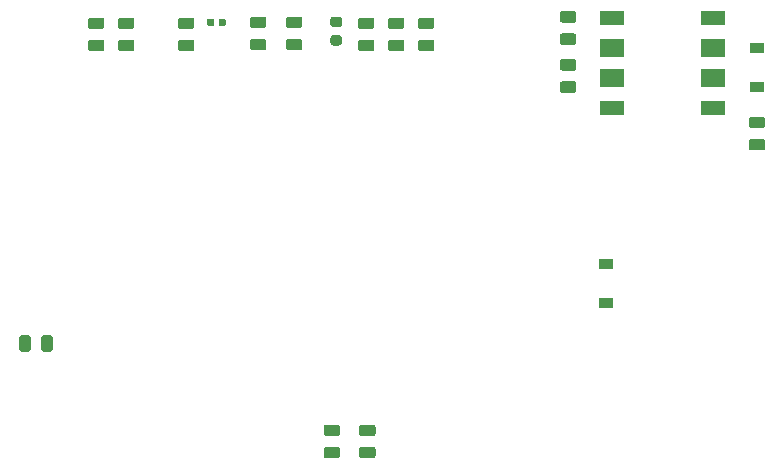
<source format=gbr>
G04 #@! TF.GenerationSoftware,KiCad,Pcbnew,(5.1.5)-3*
G04 #@! TF.CreationDate,2021-11-11T15:01:52+00:00*
G04 #@! TF.ProjectId,drumkid,6472756d-6b69-4642-9e6b-696361645f70,rev?*
G04 #@! TF.SameCoordinates,Original*
G04 #@! TF.FileFunction,Paste,Bot*
G04 #@! TF.FilePolarity,Positive*
%FSLAX46Y46*%
G04 Gerber Fmt 4.6, Leading zero omitted, Abs format (unit mm)*
G04 Created by KiCad (PCBNEW (5.1.5)-3) date 2021-11-11 15:01:52*
%MOMM*%
%LPD*%
G04 APERTURE LIST*
%ADD10R,2.000000X1.170000*%
%ADD11R,2.000000X1.520000*%
%ADD12C,0.100000*%
%ADD13R,1.200000X0.900000*%
G04 APERTURE END LIST*
D10*
X109700000Y-112190000D03*
D11*
X109700000Y-114730000D03*
D10*
X109700000Y-119810000D03*
X118300000Y-119810000D03*
D11*
X118300000Y-117270000D03*
X118300000Y-114730000D03*
D10*
X118300000Y-112190000D03*
D11*
X109700000Y-117270000D03*
D12*
G36*
X74140142Y-113989174D02*
G01*
X74163803Y-113992684D01*
X74187007Y-113998496D01*
X74209529Y-114006554D01*
X74231153Y-114016782D01*
X74251670Y-114029079D01*
X74270883Y-114043329D01*
X74288607Y-114059393D01*
X74304671Y-114077117D01*
X74318921Y-114096330D01*
X74331218Y-114116847D01*
X74341446Y-114138471D01*
X74349504Y-114160993D01*
X74355316Y-114184197D01*
X74358826Y-114207858D01*
X74360000Y-114231750D01*
X74360000Y-114719250D01*
X74358826Y-114743142D01*
X74355316Y-114766803D01*
X74349504Y-114790007D01*
X74341446Y-114812529D01*
X74331218Y-114834153D01*
X74318921Y-114854670D01*
X74304671Y-114873883D01*
X74288607Y-114891607D01*
X74270883Y-114907671D01*
X74251670Y-114921921D01*
X74231153Y-114934218D01*
X74209529Y-114944446D01*
X74187007Y-114952504D01*
X74163803Y-114958316D01*
X74140142Y-114961826D01*
X74116250Y-114963000D01*
X73203750Y-114963000D01*
X73179858Y-114961826D01*
X73156197Y-114958316D01*
X73132993Y-114952504D01*
X73110471Y-114944446D01*
X73088847Y-114934218D01*
X73068330Y-114921921D01*
X73049117Y-114907671D01*
X73031393Y-114891607D01*
X73015329Y-114873883D01*
X73001079Y-114854670D01*
X72988782Y-114834153D01*
X72978554Y-114812529D01*
X72970496Y-114790007D01*
X72964684Y-114766803D01*
X72961174Y-114743142D01*
X72960000Y-114719250D01*
X72960000Y-114231750D01*
X72961174Y-114207858D01*
X72964684Y-114184197D01*
X72970496Y-114160993D01*
X72978554Y-114138471D01*
X72988782Y-114116847D01*
X73001079Y-114096330D01*
X73015329Y-114077117D01*
X73031393Y-114059393D01*
X73049117Y-114043329D01*
X73068330Y-114029079D01*
X73088847Y-114016782D01*
X73110471Y-114006554D01*
X73132993Y-113998496D01*
X73156197Y-113992684D01*
X73179858Y-113989174D01*
X73203750Y-113988000D01*
X74116250Y-113988000D01*
X74140142Y-113989174D01*
G37*
G36*
X74140142Y-112114174D02*
G01*
X74163803Y-112117684D01*
X74187007Y-112123496D01*
X74209529Y-112131554D01*
X74231153Y-112141782D01*
X74251670Y-112154079D01*
X74270883Y-112168329D01*
X74288607Y-112184393D01*
X74304671Y-112202117D01*
X74318921Y-112221330D01*
X74331218Y-112241847D01*
X74341446Y-112263471D01*
X74349504Y-112285993D01*
X74355316Y-112309197D01*
X74358826Y-112332858D01*
X74360000Y-112356750D01*
X74360000Y-112844250D01*
X74358826Y-112868142D01*
X74355316Y-112891803D01*
X74349504Y-112915007D01*
X74341446Y-112937529D01*
X74331218Y-112959153D01*
X74318921Y-112979670D01*
X74304671Y-112998883D01*
X74288607Y-113016607D01*
X74270883Y-113032671D01*
X74251670Y-113046921D01*
X74231153Y-113059218D01*
X74209529Y-113069446D01*
X74187007Y-113077504D01*
X74163803Y-113083316D01*
X74140142Y-113086826D01*
X74116250Y-113088000D01*
X73203750Y-113088000D01*
X73179858Y-113086826D01*
X73156197Y-113083316D01*
X73132993Y-113077504D01*
X73110471Y-113069446D01*
X73088847Y-113059218D01*
X73068330Y-113046921D01*
X73049117Y-113032671D01*
X73031393Y-113016607D01*
X73015329Y-112998883D01*
X73001079Y-112979670D01*
X72988782Y-112959153D01*
X72978554Y-112937529D01*
X72970496Y-112915007D01*
X72964684Y-112891803D01*
X72961174Y-112868142D01*
X72960000Y-112844250D01*
X72960000Y-112356750D01*
X72961174Y-112332858D01*
X72964684Y-112309197D01*
X72970496Y-112285993D01*
X72978554Y-112263471D01*
X72988782Y-112241847D01*
X73001079Y-112221330D01*
X73015329Y-112202117D01*
X73031393Y-112184393D01*
X73049117Y-112168329D01*
X73068330Y-112154079D01*
X73088847Y-112141782D01*
X73110471Y-112131554D01*
X73132993Y-112123496D01*
X73156197Y-112117684D01*
X73179858Y-112114174D01*
X73203750Y-112113000D01*
X74116250Y-112113000D01*
X74140142Y-112114174D01*
G37*
G36*
X83284142Y-112035674D02*
G01*
X83307803Y-112039184D01*
X83331007Y-112044996D01*
X83353529Y-112053054D01*
X83375153Y-112063282D01*
X83395670Y-112075579D01*
X83414883Y-112089829D01*
X83432607Y-112105893D01*
X83448671Y-112123617D01*
X83462921Y-112142830D01*
X83475218Y-112163347D01*
X83485446Y-112184971D01*
X83493504Y-112207493D01*
X83499316Y-112230697D01*
X83502826Y-112254358D01*
X83504000Y-112278250D01*
X83504000Y-112765750D01*
X83502826Y-112789642D01*
X83499316Y-112813303D01*
X83493504Y-112836507D01*
X83485446Y-112859029D01*
X83475218Y-112880653D01*
X83462921Y-112901170D01*
X83448671Y-112920383D01*
X83432607Y-112938107D01*
X83414883Y-112954171D01*
X83395670Y-112968421D01*
X83375153Y-112980718D01*
X83353529Y-112990946D01*
X83331007Y-112999004D01*
X83307803Y-113004816D01*
X83284142Y-113008326D01*
X83260250Y-113009500D01*
X82347750Y-113009500D01*
X82323858Y-113008326D01*
X82300197Y-113004816D01*
X82276993Y-112999004D01*
X82254471Y-112990946D01*
X82232847Y-112980718D01*
X82212330Y-112968421D01*
X82193117Y-112954171D01*
X82175393Y-112938107D01*
X82159329Y-112920383D01*
X82145079Y-112901170D01*
X82132782Y-112880653D01*
X82122554Y-112859029D01*
X82114496Y-112836507D01*
X82108684Y-112813303D01*
X82105174Y-112789642D01*
X82104000Y-112765750D01*
X82104000Y-112278250D01*
X82105174Y-112254358D01*
X82108684Y-112230697D01*
X82114496Y-112207493D01*
X82122554Y-112184971D01*
X82132782Y-112163347D01*
X82145079Y-112142830D01*
X82159329Y-112123617D01*
X82175393Y-112105893D01*
X82193117Y-112089829D01*
X82212330Y-112075579D01*
X82232847Y-112063282D01*
X82254471Y-112053054D01*
X82276993Y-112044996D01*
X82300197Y-112039184D01*
X82323858Y-112035674D01*
X82347750Y-112034500D01*
X83260250Y-112034500D01*
X83284142Y-112035674D01*
G37*
G36*
X83284142Y-113910674D02*
G01*
X83307803Y-113914184D01*
X83331007Y-113919996D01*
X83353529Y-113928054D01*
X83375153Y-113938282D01*
X83395670Y-113950579D01*
X83414883Y-113964829D01*
X83432607Y-113980893D01*
X83448671Y-113998617D01*
X83462921Y-114017830D01*
X83475218Y-114038347D01*
X83485446Y-114059971D01*
X83493504Y-114082493D01*
X83499316Y-114105697D01*
X83502826Y-114129358D01*
X83504000Y-114153250D01*
X83504000Y-114640750D01*
X83502826Y-114664642D01*
X83499316Y-114688303D01*
X83493504Y-114711507D01*
X83485446Y-114734029D01*
X83475218Y-114755653D01*
X83462921Y-114776170D01*
X83448671Y-114795383D01*
X83432607Y-114813107D01*
X83414883Y-114829171D01*
X83395670Y-114843421D01*
X83375153Y-114855718D01*
X83353529Y-114865946D01*
X83331007Y-114874004D01*
X83307803Y-114879816D01*
X83284142Y-114883326D01*
X83260250Y-114884500D01*
X82347750Y-114884500D01*
X82323858Y-114883326D01*
X82300197Y-114879816D01*
X82276993Y-114874004D01*
X82254471Y-114865946D01*
X82232847Y-114855718D01*
X82212330Y-114843421D01*
X82193117Y-114829171D01*
X82175393Y-114813107D01*
X82159329Y-114795383D01*
X82145079Y-114776170D01*
X82132782Y-114755653D01*
X82122554Y-114734029D01*
X82114496Y-114711507D01*
X82108684Y-114688303D01*
X82105174Y-114664642D01*
X82104000Y-114640750D01*
X82104000Y-114153250D01*
X82105174Y-114129358D01*
X82108684Y-114105697D01*
X82114496Y-114082493D01*
X82122554Y-114059971D01*
X82132782Y-114038347D01*
X82145079Y-114017830D01*
X82159329Y-113998617D01*
X82175393Y-113980893D01*
X82193117Y-113964829D01*
X82212330Y-113950579D01*
X82232847Y-113938282D01*
X82254471Y-113928054D01*
X82276993Y-113919996D01*
X82300197Y-113914184D01*
X82323858Y-113910674D01*
X82347750Y-113909500D01*
X83260250Y-113909500D01*
X83284142Y-113910674D01*
G37*
G36*
X80236142Y-113910674D02*
G01*
X80259803Y-113914184D01*
X80283007Y-113919996D01*
X80305529Y-113928054D01*
X80327153Y-113938282D01*
X80347670Y-113950579D01*
X80366883Y-113964829D01*
X80384607Y-113980893D01*
X80400671Y-113998617D01*
X80414921Y-114017830D01*
X80427218Y-114038347D01*
X80437446Y-114059971D01*
X80445504Y-114082493D01*
X80451316Y-114105697D01*
X80454826Y-114129358D01*
X80456000Y-114153250D01*
X80456000Y-114640750D01*
X80454826Y-114664642D01*
X80451316Y-114688303D01*
X80445504Y-114711507D01*
X80437446Y-114734029D01*
X80427218Y-114755653D01*
X80414921Y-114776170D01*
X80400671Y-114795383D01*
X80384607Y-114813107D01*
X80366883Y-114829171D01*
X80347670Y-114843421D01*
X80327153Y-114855718D01*
X80305529Y-114865946D01*
X80283007Y-114874004D01*
X80259803Y-114879816D01*
X80236142Y-114883326D01*
X80212250Y-114884500D01*
X79299750Y-114884500D01*
X79275858Y-114883326D01*
X79252197Y-114879816D01*
X79228993Y-114874004D01*
X79206471Y-114865946D01*
X79184847Y-114855718D01*
X79164330Y-114843421D01*
X79145117Y-114829171D01*
X79127393Y-114813107D01*
X79111329Y-114795383D01*
X79097079Y-114776170D01*
X79084782Y-114755653D01*
X79074554Y-114734029D01*
X79066496Y-114711507D01*
X79060684Y-114688303D01*
X79057174Y-114664642D01*
X79056000Y-114640750D01*
X79056000Y-114153250D01*
X79057174Y-114129358D01*
X79060684Y-114105697D01*
X79066496Y-114082493D01*
X79074554Y-114059971D01*
X79084782Y-114038347D01*
X79097079Y-114017830D01*
X79111329Y-113998617D01*
X79127393Y-113980893D01*
X79145117Y-113964829D01*
X79164330Y-113950579D01*
X79184847Y-113938282D01*
X79206471Y-113928054D01*
X79228993Y-113919996D01*
X79252197Y-113914184D01*
X79275858Y-113910674D01*
X79299750Y-113909500D01*
X80212250Y-113909500D01*
X80236142Y-113910674D01*
G37*
G36*
X80236142Y-112035674D02*
G01*
X80259803Y-112039184D01*
X80283007Y-112044996D01*
X80305529Y-112053054D01*
X80327153Y-112063282D01*
X80347670Y-112075579D01*
X80366883Y-112089829D01*
X80384607Y-112105893D01*
X80400671Y-112123617D01*
X80414921Y-112142830D01*
X80427218Y-112163347D01*
X80437446Y-112184971D01*
X80445504Y-112207493D01*
X80451316Y-112230697D01*
X80454826Y-112254358D01*
X80456000Y-112278250D01*
X80456000Y-112765750D01*
X80454826Y-112789642D01*
X80451316Y-112813303D01*
X80445504Y-112836507D01*
X80437446Y-112859029D01*
X80427218Y-112880653D01*
X80414921Y-112901170D01*
X80400671Y-112920383D01*
X80384607Y-112938107D01*
X80366883Y-112954171D01*
X80347670Y-112968421D01*
X80327153Y-112980718D01*
X80305529Y-112990946D01*
X80283007Y-112999004D01*
X80259803Y-113004816D01*
X80236142Y-113008326D01*
X80212250Y-113009500D01*
X79299750Y-113009500D01*
X79275858Y-113008326D01*
X79252197Y-113004816D01*
X79228993Y-112999004D01*
X79206471Y-112990946D01*
X79184847Y-112980718D01*
X79164330Y-112968421D01*
X79145117Y-112954171D01*
X79127393Y-112938107D01*
X79111329Y-112920383D01*
X79097079Y-112901170D01*
X79084782Y-112880653D01*
X79074554Y-112859029D01*
X79066496Y-112836507D01*
X79060684Y-112813303D01*
X79057174Y-112789642D01*
X79056000Y-112765750D01*
X79056000Y-112278250D01*
X79057174Y-112254358D01*
X79060684Y-112230697D01*
X79066496Y-112207493D01*
X79074554Y-112184971D01*
X79084782Y-112163347D01*
X79097079Y-112142830D01*
X79111329Y-112123617D01*
X79127393Y-112105893D01*
X79145117Y-112089829D01*
X79164330Y-112075579D01*
X79184847Y-112063282D01*
X79206471Y-112053054D01*
X79228993Y-112044996D01*
X79252197Y-112039184D01*
X79275858Y-112035674D01*
X79299750Y-112034500D01*
X80212250Y-112034500D01*
X80236142Y-112035674D01*
G37*
G36*
X89480142Y-148451174D02*
G01*
X89503803Y-148454684D01*
X89527007Y-148460496D01*
X89549529Y-148468554D01*
X89571153Y-148478782D01*
X89591670Y-148491079D01*
X89610883Y-148505329D01*
X89628607Y-148521393D01*
X89644671Y-148539117D01*
X89658921Y-148558330D01*
X89671218Y-148578847D01*
X89681446Y-148600471D01*
X89689504Y-148622993D01*
X89695316Y-148646197D01*
X89698826Y-148669858D01*
X89700000Y-148693750D01*
X89700000Y-149181250D01*
X89698826Y-149205142D01*
X89695316Y-149228803D01*
X89689504Y-149252007D01*
X89681446Y-149274529D01*
X89671218Y-149296153D01*
X89658921Y-149316670D01*
X89644671Y-149335883D01*
X89628607Y-149353607D01*
X89610883Y-149369671D01*
X89591670Y-149383921D01*
X89571153Y-149396218D01*
X89549529Y-149406446D01*
X89527007Y-149414504D01*
X89503803Y-149420316D01*
X89480142Y-149423826D01*
X89456250Y-149425000D01*
X88543750Y-149425000D01*
X88519858Y-149423826D01*
X88496197Y-149420316D01*
X88472993Y-149414504D01*
X88450471Y-149406446D01*
X88428847Y-149396218D01*
X88408330Y-149383921D01*
X88389117Y-149369671D01*
X88371393Y-149353607D01*
X88355329Y-149335883D01*
X88341079Y-149316670D01*
X88328782Y-149296153D01*
X88318554Y-149274529D01*
X88310496Y-149252007D01*
X88304684Y-149228803D01*
X88301174Y-149205142D01*
X88300000Y-149181250D01*
X88300000Y-148693750D01*
X88301174Y-148669858D01*
X88304684Y-148646197D01*
X88310496Y-148622993D01*
X88318554Y-148600471D01*
X88328782Y-148578847D01*
X88341079Y-148558330D01*
X88355329Y-148539117D01*
X88371393Y-148521393D01*
X88389117Y-148505329D01*
X88408330Y-148491079D01*
X88428847Y-148478782D01*
X88450471Y-148468554D01*
X88472993Y-148460496D01*
X88496197Y-148454684D01*
X88519858Y-148451174D01*
X88543750Y-148450000D01*
X89456250Y-148450000D01*
X89480142Y-148451174D01*
G37*
G36*
X89480142Y-146576174D02*
G01*
X89503803Y-146579684D01*
X89527007Y-146585496D01*
X89549529Y-146593554D01*
X89571153Y-146603782D01*
X89591670Y-146616079D01*
X89610883Y-146630329D01*
X89628607Y-146646393D01*
X89644671Y-146664117D01*
X89658921Y-146683330D01*
X89671218Y-146703847D01*
X89681446Y-146725471D01*
X89689504Y-146747993D01*
X89695316Y-146771197D01*
X89698826Y-146794858D01*
X89700000Y-146818750D01*
X89700000Y-147306250D01*
X89698826Y-147330142D01*
X89695316Y-147353803D01*
X89689504Y-147377007D01*
X89681446Y-147399529D01*
X89671218Y-147421153D01*
X89658921Y-147441670D01*
X89644671Y-147460883D01*
X89628607Y-147478607D01*
X89610883Y-147494671D01*
X89591670Y-147508921D01*
X89571153Y-147521218D01*
X89549529Y-147531446D01*
X89527007Y-147539504D01*
X89503803Y-147545316D01*
X89480142Y-147548826D01*
X89456250Y-147550000D01*
X88543750Y-147550000D01*
X88519858Y-147548826D01*
X88496197Y-147545316D01*
X88472993Y-147539504D01*
X88450471Y-147531446D01*
X88428847Y-147521218D01*
X88408330Y-147508921D01*
X88389117Y-147494671D01*
X88371393Y-147478607D01*
X88355329Y-147460883D01*
X88341079Y-147441670D01*
X88328782Y-147421153D01*
X88318554Y-147399529D01*
X88310496Y-147377007D01*
X88304684Y-147353803D01*
X88301174Y-147330142D01*
X88300000Y-147306250D01*
X88300000Y-146818750D01*
X88301174Y-146794858D01*
X88304684Y-146771197D01*
X88310496Y-146747993D01*
X88318554Y-146725471D01*
X88328782Y-146703847D01*
X88341079Y-146683330D01*
X88355329Y-146664117D01*
X88371393Y-146646393D01*
X88389117Y-146630329D01*
X88408330Y-146616079D01*
X88428847Y-146603782D01*
X88450471Y-146593554D01*
X88472993Y-146585496D01*
X88496197Y-146579684D01*
X88519858Y-146576174D01*
X88543750Y-146575000D01*
X89456250Y-146575000D01*
X89480142Y-146576174D01*
G37*
G36*
X86480142Y-148451174D02*
G01*
X86503803Y-148454684D01*
X86527007Y-148460496D01*
X86549529Y-148468554D01*
X86571153Y-148478782D01*
X86591670Y-148491079D01*
X86610883Y-148505329D01*
X86628607Y-148521393D01*
X86644671Y-148539117D01*
X86658921Y-148558330D01*
X86671218Y-148578847D01*
X86681446Y-148600471D01*
X86689504Y-148622993D01*
X86695316Y-148646197D01*
X86698826Y-148669858D01*
X86700000Y-148693750D01*
X86700000Y-149181250D01*
X86698826Y-149205142D01*
X86695316Y-149228803D01*
X86689504Y-149252007D01*
X86681446Y-149274529D01*
X86671218Y-149296153D01*
X86658921Y-149316670D01*
X86644671Y-149335883D01*
X86628607Y-149353607D01*
X86610883Y-149369671D01*
X86591670Y-149383921D01*
X86571153Y-149396218D01*
X86549529Y-149406446D01*
X86527007Y-149414504D01*
X86503803Y-149420316D01*
X86480142Y-149423826D01*
X86456250Y-149425000D01*
X85543750Y-149425000D01*
X85519858Y-149423826D01*
X85496197Y-149420316D01*
X85472993Y-149414504D01*
X85450471Y-149406446D01*
X85428847Y-149396218D01*
X85408330Y-149383921D01*
X85389117Y-149369671D01*
X85371393Y-149353607D01*
X85355329Y-149335883D01*
X85341079Y-149316670D01*
X85328782Y-149296153D01*
X85318554Y-149274529D01*
X85310496Y-149252007D01*
X85304684Y-149228803D01*
X85301174Y-149205142D01*
X85300000Y-149181250D01*
X85300000Y-148693750D01*
X85301174Y-148669858D01*
X85304684Y-148646197D01*
X85310496Y-148622993D01*
X85318554Y-148600471D01*
X85328782Y-148578847D01*
X85341079Y-148558330D01*
X85355329Y-148539117D01*
X85371393Y-148521393D01*
X85389117Y-148505329D01*
X85408330Y-148491079D01*
X85428847Y-148478782D01*
X85450471Y-148468554D01*
X85472993Y-148460496D01*
X85496197Y-148454684D01*
X85519858Y-148451174D01*
X85543750Y-148450000D01*
X86456250Y-148450000D01*
X86480142Y-148451174D01*
G37*
G36*
X86480142Y-146576174D02*
G01*
X86503803Y-146579684D01*
X86527007Y-146585496D01*
X86549529Y-146593554D01*
X86571153Y-146603782D01*
X86591670Y-146616079D01*
X86610883Y-146630329D01*
X86628607Y-146646393D01*
X86644671Y-146664117D01*
X86658921Y-146683330D01*
X86671218Y-146703847D01*
X86681446Y-146725471D01*
X86689504Y-146747993D01*
X86695316Y-146771197D01*
X86698826Y-146794858D01*
X86700000Y-146818750D01*
X86700000Y-147306250D01*
X86698826Y-147330142D01*
X86695316Y-147353803D01*
X86689504Y-147377007D01*
X86681446Y-147399529D01*
X86671218Y-147421153D01*
X86658921Y-147441670D01*
X86644671Y-147460883D01*
X86628607Y-147478607D01*
X86610883Y-147494671D01*
X86591670Y-147508921D01*
X86571153Y-147521218D01*
X86549529Y-147531446D01*
X86527007Y-147539504D01*
X86503803Y-147545316D01*
X86480142Y-147548826D01*
X86456250Y-147550000D01*
X85543750Y-147550000D01*
X85519858Y-147548826D01*
X85496197Y-147545316D01*
X85472993Y-147539504D01*
X85450471Y-147531446D01*
X85428847Y-147521218D01*
X85408330Y-147508921D01*
X85389117Y-147494671D01*
X85371393Y-147478607D01*
X85355329Y-147460883D01*
X85341079Y-147441670D01*
X85328782Y-147421153D01*
X85318554Y-147399529D01*
X85310496Y-147377007D01*
X85304684Y-147353803D01*
X85301174Y-147330142D01*
X85300000Y-147306250D01*
X85300000Y-146818750D01*
X85301174Y-146794858D01*
X85304684Y-146771197D01*
X85310496Y-146747993D01*
X85318554Y-146725471D01*
X85328782Y-146703847D01*
X85341079Y-146683330D01*
X85355329Y-146664117D01*
X85371393Y-146646393D01*
X85389117Y-146630329D01*
X85408330Y-146616079D01*
X85428847Y-146603782D01*
X85450471Y-146593554D01*
X85472993Y-146585496D01*
X85496197Y-146579684D01*
X85519858Y-146576174D01*
X85543750Y-146575000D01*
X86456250Y-146575000D01*
X86480142Y-146576174D01*
G37*
G36*
X106480142Y-113451174D02*
G01*
X106503803Y-113454684D01*
X106527007Y-113460496D01*
X106549529Y-113468554D01*
X106571153Y-113478782D01*
X106591670Y-113491079D01*
X106610883Y-113505329D01*
X106628607Y-113521393D01*
X106644671Y-113539117D01*
X106658921Y-113558330D01*
X106671218Y-113578847D01*
X106681446Y-113600471D01*
X106689504Y-113622993D01*
X106695316Y-113646197D01*
X106698826Y-113669858D01*
X106700000Y-113693750D01*
X106700000Y-114181250D01*
X106698826Y-114205142D01*
X106695316Y-114228803D01*
X106689504Y-114252007D01*
X106681446Y-114274529D01*
X106671218Y-114296153D01*
X106658921Y-114316670D01*
X106644671Y-114335883D01*
X106628607Y-114353607D01*
X106610883Y-114369671D01*
X106591670Y-114383921D01*
X106571153Y-114396218D01*
X106549529Y-114406446D01*
X106527007Y-114414504D01*
X106503803Y-114420316D01*
X106480142Y-114423826D01*
X106456250Y-114425000D01*
X105543750Y-114425000D01*
X105519858Y-114423826D01*
X105496197Y-114420316D01*
X105472993Y-114414504D01*
X105450471Y-114406446D01*
X105428847Y-114396218D01*
X105408330Y-114383921D01*
X105389117Y-114369671D01*
X105371393Y-114353607D01*
X105355329Y-114335883D01*
X105341079Y-114316670D01*
X105328782Y-114296153D01*
X105318554Y-114274529D01*
X105310496Y-114252007D01*
X105304684Y-114228803D01*
X105301174Y-114205142D01*
X105300000Y-114181250D01*
X105300000Y-113693750D01*
X105301174Y-113669858D01*
X105304684Y-113646197D01*
X105310496Y-113622993D01*
X105318554Y-113600471D01*
X105328782Y-113578847D01*
X105341079Y-113558330D01*
X105355329Y-113539117D01*
X105371393Y-113521393D01*
X105389117Y-113505329D01*
X105408330Y-113491079D01*
X105428847Y-113478782D01*
X105450471Y-113468554D01*
X105472993Y-113460496D01*
X105496197Y-113454684D01*
X105519858Y-113451174D01*
X105543750Y-113450000D01*
X106456250Y-113450000D01*
X106480142Y-113451174D01*
G37*
G36*
X106480142Y-111576174D02*
G01*
X106503803Y-111579684D01*
X106527007Y-111585496D01*
X106549529Y-111593554D01*
X106571153Y-111603782D01*
X106591670Y-111616079D01*
X106610883Y-111630329D01*
X106628607Y-111646393D01*
X106644671Y-111664117D01*
X106658921Y-111683330D01*
X106671218Y-111703847D01*
X106681446Y-111725471D01*
X106689504Y-111747993D01*
X106695316Y-111771197D01*
X106698826Y-111794858D01*
X106700000Y-111818750D01*
X106700000Y-112306250D01*
X106698826Y-112330142D01*
X106695316Y-112353803D01*
X106689504Y-112377007D01*
X106681446Y-112399529D01*
X106671218Y-112421153D01*
X106658921Y-112441670D01*
X106644671Y-112460883D01*
X106628607Y-112478607D01*
X106610883Y-112494671D01*
X106591670Y-112508921D01*
X106571153Y-112521218D01*
X106549529Y-112531446D01*
X106527007Y-112539504D01*
X106503803Y-112545316D01*
X106480142Y-112548826D01*
X106456250Y-112550000D01*
X105543750Y-112550000D01*
X105519858Y-112548826D01*
X105496197Y-112545316D01*
X105472993Y-112539504D01*
X105450471Y-112531446D01*
X105428847Y-112521218D01*
X105408330Y-112508921D01*
X105389117Y-112494671D01*
X105371393Y-112478607D01*
X105355329Y-112460883D01*
X105341079Y-112441670D01*
X105328782Y-112421153D01*
X105318554Y-112399529D01*
X105310496Y-112377007D01*
X105304684Y-112353803D01*
X105301174Y-112330142D01*
X105300000Y-112306250D01*
X105300000Y-111818750D01*
X105301174Y-111794858D01*
X105304684Y-111771197D01*
X105310496Y-111747993D01*
X105318554Y-111725471D01*
X105328782Y-111703847D01*
X105341079Y-111683330D01*
X105355329Y-111664117D01*
X105371393Y-111646393D01*
X105389117Y-111630329D01*
X105408330Y-111616079D01*
X105428847Y-111603782D01*
X105450471Y-111593554D01*
X105472993Y-111585496D01*
X105496197Y-111579684D01*
X105519858Y-111576174D01*
X105543750Y-111575000D01*
X106456250Y-111575000D01*
X106480142Y-111576174D01*
G37*
G36*
X106480142Y-115638674D02*
G01*
X106503803Y-115642184D01*
X106527007Y-115647996D01*
X106549529Y-115656054D01*
X106571153Y-115666282D01*
X106591670Y-115678579D01*
X106610883Y-115692829D01*
X106628607Y-115708893D01*
X106644671Y-115726617D01*
X106658921Y-115745830D01*
X106671218Y-115766347D01*
X106681446Y-115787971D01*
X106689504Y-115810493D01*
X106695316Y-115833697D01*
X106698826Y-115857358D01*
X106700000Y-115881250D01*
X106700000Y-116368750D01*
X106698826Y-116392642D01*
X106695316Y-116416303D01*
X106689504Y-116439507D01*
X106681446Y-116462029D01*
X106671218Y-116483653D01*
X106658921Y-116504170D01*
X106644671Y-116523383D01*
X106628607Y-116541107D01*
X106610883Y-116557171D01*
X106591670Y-116571421D01*
X106571153Y-116583718D01*
X106549529Y-116593946D01*
X106527007Y-116602004D01*
X106503803Y-116607816D01*
X106480142Y-116611326D01*
X106456250Y-116612500D01*
X105543750Y-116612500D01*
X105519858Y-116611326D01*
X105496197Y-116607816D01*
X105472993Y-116602004D01*
X105450471Y-116593946D01*
X105428847Y-116583718D01*
X105408330Y-116571421D01*
X105389117Y-116557171D01*
X105371393Y-116541107D01*
X105355329Y-116523383D01*
X105341079Y-116504170D01*
X105328782Y-116483653D01*
X105318554Y-116462029D01*
X105310496Y-116439507D01*
X105304684Y-116416303D01*
X105301174Y-116392642D01*
X105300000Y-116368750D01*
X105300000Y-115881250D01*
X105301174Y-115857358D01*
X105304684Y-115833697D01*
X105310496Y-115810493D01*
X105318554Y-115787971D01*
X105328782Y-115766347D01*
X105341079Y-115745830D01*
X105355329Y-115726617D01*
X105371393Y-115708893D01*
X105389117Y-115692829D01*
X105408330Y-115678579D01*
X105428847Y-115666282D01*
X105450471Y-115656054D01*
X105472993Y-115647996D01*
X105496197Y-115642184D01*
X105519858Y-115638674D01*
X105543750Y-115637500D01*
X106456250Y-115637500D01*
X106480142Y-115638674D01*
G37*
G36*
X106480142Y-117513674D02*
G01*
X106503803Y-117517184D01*
X106527007Y-117522996D01*
X106549529Y-117531054D01*
X106571153Y-117541282D01*
X106591670Y-117553579D01*
X106610883Y-117567829D01*
X106628607Y-117583893D01*
X106644671Y-117601617D01*
X106658921Y-117620830D01*
X106671218Y-117641347D01*
X106681446Y-117662971D01*
X106689504Y-117685493D01*
X106695316Y-117708697D01*
X106698826Y-117732358D01*
X106700000Y-117756250D01*
X106700000Y-118243750D01*
X106698826Y-118267642D01*
X106695316Y-118291303D01*
X106689504Y-118314507D01*
X106681446Y-118337029D01*
X106671218Y-118358653D01*
X106658921Y-118379170D01*
X106644671Y-118398383D01*
X106628607Y-118416107D01*
X106610883Y-118432171D01*
X106591670Y-118446421D01*
X106571153Y-118458718D01*
X106549529Y-118468946D01*
X106527007Y-118477004D01*
X106503803Y-118482816D01*
X106480142Y-118486326D01*
X106456250Y-118487500D01*
X105543750Y-118487500D01*
X105519858Y-118486326D01*
X105496197Y-118482816D01*
X105472993Y-118477004D01*
X105450471Y-118468946D01*
X105428847Y-118458718D01*
X105408330Y-118446421D01*
X105389117Y-118432171D01*
X105371393Y-118416107D01*
X105355329Y-118398383D01*
X105341079Y-118379170D01*
X105328782Y-118358653D01*
X105318554Y-118337029D01*
X105310496Y-118314507D01*
X105304684Y-118291303D01*
X105301174Y-118267642D01*
X105300000Y-118243750D01*
X105300000Y-117756250D01*
X105301174Y-117732358D01*
X105304684Y-117708697D01*
X105310496Y-117685493D01*
X105318554Y-117662971D01*
X105328782Y-117641347D01*
X105341079Y-117620830D01*
X105355329Y-117601617D01*
X105371393Y-117583893D01*
X105389117Y-117567829D01*
X105408330Y-117553579D01*
X105428847Y-117541282D01*
X105450471Y-117531054D01*
X105472993Y-117522996D01*
X105496197Y-117517184D01*
X105519858Y-117513674D01*
X105543750Y-117512500D01*
X106456250Y-117512500D01*
X106480142Y-117513674D01*
G37*
G36*
X122480142Y-120513674D02*
G01*
X122503803Y-120517184D01*
X122527007Y-120522996D01*
X122549529Y-120531054D01*
X122571153Y-120541282D01*
X122591670Y-120553579D01*
X122610883Y-120567829D01*
X122628607Y-120583893D01*
X122644671Y-120601617D01*
X122658921Y-120620830D01*
X122671218Y-120641347D01*
X122681446Y-120662971D01*
X122689504Y-120685493D01*
X122695316Y-120708697D01*
X122698826Y-120732358D01*
X122700000Y-120756250D01*
X122700000Y-121243750D01*
X122698826Y-121267642D01*
X122695316Y-121291303D01*
X122689504Y-121314507D01*
X122681446Y-121337029D01*
X122671218Y-121358653D01*
X122658921Y-121379170D01*
X122644671Y-121398383D01*
X122628607Y-121416107D01*
X122610883Y-121432171D01*
X122591670Y-121446421D01*
X122571153Y-121458718D01*
X122549529Y-121468946D01*
X122527007Y-121477004D01*
X122503803Y-121482816D01*
X122480142Y-121486326D01*
X122456250Y-121487500D01*
X121543750Y-121487500D01*
X121519858Y-121486326D01*
X121496197Y-121482816D01*
X121472993Y-121477004D01*
X121450471Y-121468946D01*
X121428847Y-121458718D01*
X121408330Y-121446421D01*
X121389117Y-121432171D01*
X121371393Y-121416107D01*
X121355329Y-121398383D01*
X121341079Y-121379170D01*
X121328782Y-121358653D01*
X121318554Y-121337029D01*
X121310496Y-121314507D01*
X121304684Y-121291303D01*
X121301174Y-121267642D01*
X121300000Y-121243750D01*
X121300000Y-120756250D01*
X121301174Y-120732358D01*
X121304684Y-120708697D01*
X121310496Y-120685493D01*
X121318554Y-120662971D01*
X121328782Y-120641347D01*
X121341079Y-120620830D01*
X121355329Y-120601617D01*
X121371393Y-120583893D01*
X121389117Y-120567829D01*
X121408330Y-120553579D01*
X121428847Y-120541282D01*
X121450471Y-120531054D01*
X121472993Y-120522996D01*
X121496197Y-120517184D01*
X121519858Y-120513674D01*
X121543750Y-120512500D01*
X122456250Y-120512500D01*
X122480142Y-120513674D01*
G37*
G36*
X122480142Y-122388674D02*
G01*
X122503803Y-122392184D01*
X122527007Y-122397996D01*
X122549529Y-122406054D01*
X122571153Y-122416282D01*
X122591670Y-122428579D01*
X122610883Y-122442829D01*
X122628607Y-122458893D01*
X122644671Y-122476617D01*
X122658921Y-122495830D01*
X122671218Y-122516347D01*
X122681446Y-122537971D01*
X122689504Y-122560493D01*
X122695316Y-122583697D01*
X122698826Y-122607358D01*
X122700000Y-122631250D01*
X122700000Y-123118750D01*
X122698826Y-123142642D01*
X122695316Y-123166303D01*
X122689504Y-123189507D01*
X122681446Y-123212029D01*
X122671218Y-123233653D01*
X122658921Y-123254170D01*
X122644671Y-123273383D01*
X122628607Y-123291107D01*
X122610883Y-123307171D01*
X122591670Y-123321421D01*
X122571153Y-123333718D01*
X122549529Y-123343946D01*
X122527007Y-123352004D01*
X122503803Y-123357816D01*
X122480142Y-123361326D01*
X122456250Y-123362500D01*
X121543750Y-123362500D01*
X121519858Y-123361326D01*
X121496197Y-123357816D01*
X121472993Y-123352004D01*
X121450471Y-123343946D01*
X121428847Y-123333718D01*
X121408330Y-123321421D01*
X121389117Y-123307171D01*
X121371393Y-123291107D01*
X121355329Y-123273383D01*
X121341079Y-123254170D01*
X121328782Y-123233653D01*
X121318554Y-123212029D01*
X121310496Y-123189507D01*
X121304684Y-123166303D01*
X121301174Y-123142642D01*
X121300000Y-123118750D01*
X121300000Y-122631250D01*
X121301174Y-122607358D01*
X121304684Y-122583697D01*
X121310496Y-122560493D01*
X121318554Y-122537971D01*
X121328782Y-122516347D01*
X121341079Y-122495830D01*
X121355329Y-122476617D01*
X121371393Y-122458893D01*
X121389117Y-122442829D01*
X121408330Y-122428579D01*
X121428847Y-122416282D01*
X121450471Y-122406054D01*
X121472993Y-122397996D01*
X121496197Y-122392184D01*
X121519858Y-122388674D01*
X121543750Y-122387500D01*
X122456250Y-122387500D01*
X122480142Y-122388674D01*
G37*
G36*
X62165142Y-139001174D02*
G01*
X62188803Y-139004684D01*
X62212007Y-139010496D01*
X62234529Y-139018554D01*
X62256153Y-139028782D01*
X62276670Y-139041079D01*
X62295883Y-139055329D01*
X62313607Y-139071393D01*
X62329671Y-139089117D01*
X62343921Y-139108330D01*
X62356218Y-139128847D01*
X62366446Y-139150471D01*
X62374504Y-139172993D01*
X62380316Y-139196197D01*
X62383826Y-139219858D01*
X62385000Y-139243750D01*
X62385000Y-140156250D01*
X62383826Y-140180142D01*
X62380316Y-140203803D01*
X62374504Y-140227007D01*
X62366446Y-140249529D01*
X62356218Y-140271153D01*
X62343921Y-140291670D01*
X62329671Y-140310883D01*
X62313607Y-140328607D01*
X62295883Y-140344671D01*
X62276670Y-140358921D01*
X62256153Y-140371218D01*
X62234529Y-140381446D01*
X62212007Y-140389504D01*
X62188803Y-140395316D01*
X62165142Y-140398826D01*
X62141250Y-140400000D01*
X61653750Y-140400000D01*
X61629858Y-140398826D01*
X61606197Y-140395316D01*
X61582993Y-140389504D01*
X61560471Y-140381446D01*
X61538847Y-140371218D01*
X61518330Y-140358921D01*
X61499117Y-140344671D01*
X61481393Y-140328607D01*
X61465329Y-140310883D01*
X61451079Y-140291670D01*
X61438782Y-140271153D01*
X61428554Y-140249529D01*
X61420496Y-140227007D01*
X61414684Y-140203803D01*
X61411174Y-140180142D01*
X61410000Y-140156250D01*
X61410000Y-139243750D01*
X61411174Y-139219858D01*
X61414684Y-139196197D01*
X61420496Y-139172993D01*
X61428554Y-139150471D01*
X61438782Y-139128847D01*
X61451079Y-139108330D01*
X61465329Y-139089117D01*
X61481393Y-139071393D01*
X61499117Y-139055329D01*
X61518330Y-139041079D01*
X61538847Y-139028782D01*
X61560471Y-139018554D01*
X61582993Y-139010496D01*
X61606197Y-139004684D01*
X61629858Y-139001174D01*
X61653750Y-139000000D01*
X62141250Y-139000000D01*
X62165142Y-139001174D01*
G37*
G36*
X60290142Y-139001174D02*
G01*
X60313803Y-139004684D01*
X60337007Y-139010496D01*
X60359529Y-139018554D01*
X60381153Y-139028782D01*
X60401670Y-139041079D01*
X60420883Y-139055329D01*
X60438607Y-139071393D01*
X60454671Y-139089117D01*
X60468921Y-139108330D01*
X60481218Y-139128847D01*
X60491446Y-139150471D01*
X60499504Y-139172993D01*
X60505316Y-139196197D01*
X60508826Y-139219858D01*
X60510000Y-139243750D01*
X60510000Y-140156250D01*
X60508826Y-140180142D01*
X60505316Y-140203803D01*
X60499504Y-140227007D01*
X60491446Y-140249529D01*
X60481218Y-140271153D01*
X60468921Y-140291670D01*
X60454671Y-140310883D01*
X60438607Y-140328607D01*
X60420883Y-140344671D01*
X60401670Y-140358921D01*
X60381153Y-140371218D01*
X60359529Y-140381446D01*
X60337007Y-140389504D01*
X60313803Y-140395316D01*
X60290142Y-140398826D01*
X60266250Y-140400000D01*
X59778750Y-140400000D01*
X59754858Y-140398826D01*
X59731197Y-140395316D01*
X59707993Y-140389504D01*
X59685471Y-140381446D01*
X59663847Y-140371218D01*
X59643330Y-140358921D01*
X59624117Y-140344671D01*
X59606393Y-140328607D01*
X59590329Y-140310883D01*
X59576079Y-140291670D01*
X59563782Y-140271153D01*
X59553554Y-140249529D01*
X59545496Y-140227007D01*
X59539684Y-140203803D01*
X59536174Y-140180142D01*
X59535000Y-140156250D01*
X59535000Y-139243750D01*
X59536174Y-139219858D01*
X59539684Y-139196197D01*
X59545496Y-139172993D01*
X59553554Y-139150471D01*
X59563782Y-139128847D01*
X59576079Y-139108330D01*
X59590329Y-139089117D01*
X59606393Y-139071393D01*
X59624117Y-139055329D01*
X59643330Y-139041079D01*
X59663847Y-139028782D01*
X59685471Y-139018554D01*
X59707993Y-139010496D01*
X59731197Y-139004684D01*
X59754858Y-139001174D01*
X59778750Y-139000000D01*
X60266250Y-139000000D01*
X60290142Y-139001174D01*
G37*
G36*
X66520142Y-113989174D02*
G01*
X66543803Y-113992684D01*
X66567007Y-113998496D01*
X66589529Y-114006554D01*
X66611153Y-114016782D01*
X66631670Y-114029079D01*
X66650883Y-114043329D01*
X66668607Y-114059393D01*
X66684671Y-114077117D01*
X66698921Y-114096330D01*
X66711218Y-114116847D01*
X66721446Y-114138471D01*
X66729504Y-114160993D01*
X66735316Y-114184197D01*
X66738826Y-114207858D01*
X66740000Y-114231750D01*
X66740000Y-114719250D01*
X66738826Y-114743142D01*
X66735316Y-114766803D01*
X66729504Y-114790007D01*
X66721446Y-114812529D01*
X66711218Y-114834153D01*
X66698921Y-114854670D01*
X66684671Y-114873883D01*
X66668607Y-114891607D01*
X66650883Y-114907671D01*
X66631670Y-114921921D01*
X66611153Y-114934218D01*
X66589529Y-114944446D01*
X66567007Y-114952504D01*
X66543803Y-114958316D01*
X66520142Y-114961826D01*
X66496250Y-114963000D01*
X65583750Y-114963000D01*
X65559858Y-114961826D01*
X65536197Y-114958316D01*
X65512993Y-114952504D01*
X65490471Y-114944446D01*
X65468847Y-114934218D01*
X65448330Y-114921921D01*
X65429117Y-114907671D01*
X65411393Y-114891607D01*
X65395329Y-114873883D01*
X65381079Y-114854670D01*
X65368782Y-114834153D01*
X65358554Y-114812529D01*
X65350496Y-114790007D01*
X65344684Y-114766803D01*
X65341174Y-114743142D01*
X65340000Y-114719250D01*
X65340000Y-114231750D01*
X65341174Y-114207858D01*
X65344684Y-114184197D01*
X65350496Y-114160993D01*
X65358554Y-114138471D01*
X65368782Y-114116847D01*
X65381079Y-114096330D01*
X65395329Y-114077117D01*
X65411393Y-114059393D01*
X65429117Y-114043329D01*
X65448330Y-114029079D01*
X65468847Y-114016782D01*
X65490471Y-114006554D01*
X65512993Y-113998496D01*
X65536197Y-113992684D01*
X65559858Y-113989174D01*
X65583750Y-113988000D01*
X66496250Y-113988000D01*
X66520142Y-113989174D01*
G37*
G36*
X66520142Y-112114174D02*
G01*
X66543803Y-112117684D01*
X66567007Y-112123496D01*
X66589529Y-112131554D01*
X66611153Y-112141782D01*
X66631670Y-112154079D01*
X66650883Y-112168329D01*
X66668607Y-112184393D01*
X66684671Y-112202117D01*
X66698921Y-112221330D01*
X66711218Y-112241847D01*
X66721446Y-112263471D01*
X66729504Y-112285993D01*
X66735316Y-112309197D01*
X66738826Y-112332858D01*
X66740000Y-112356750D01*
X66740000Y-112844250D01*
X66738826Y-112868142D01*
X66735316Y-112891803D01*
X66729504Y-112915007D01*
X66721446Y-112937529D01*
X66711218Y-112959153D01*
X66698921Y-112979670D01*
X66684671Y-112998883D01*
X66668607Y-113016607D01*
X66650883Y-113032671D01*
X66631670Y-113046921D01*
X66611153Y-113059218D01*
X66589529Y-113069446D01*
X66567007Y-113077504D01*
X66543803Y-113083316D01*
X66520142Y-113086826D01*
X66496250Y-113088000D01*
X65583750Y-113088000D01*
X65559858Y-113086826D01*
X65536197Y-113083316D01*
X65512993Y-113077504D01*
X65490471Y-113069446D01*
X65468847Y-113059218D01*
X65448330Y-113046921D01*
X65429117Y-113032671D01*
X65411393Y-113016607D01*
X65395329Y-112998883D01*
X65381079Y-112979670D01*
X65368782Y-112959153D01*
X65358554Y-112937529D01*
X65350496Y-112915007D01*
X65344684Y-112891803D01*
X65341174Y-112868142D01*
X65340000Y-112844250D01*
X65340000Y-112356750D01*
X65341174Y-112332858D01*
X65344684Y-112309197D01*
X65350496Y-112285993D01*
X65358554Y-112263471D01*
X65368782Y-112241847D01*
X65381079Y-112221330D01*
X65395329Y-112202117D01*
X65411393Y-112184393D01*
X65429117Y-112168329D01*
X65448330Y-112154079D01*
X65468847Y-112141782D01*
X65490471Y-112131554D01*
X65512993Y-112123496D01*
X65536197Y-112117684D01*
X65559858Y-112114174D01*
X65583750Y-112113000D01*
X66496250Y-112113000D01*
X66520142Y-112114174D01*
G37*
G36*
X69060142Y-113989174D02*
G01*
X69083803Y-113992684D01*
X69107007Y-113998496D01*
X69129529Y-114006554D01*
X69151153Y-114016782D01*
X69171670Y-114029079D01*
X69190883Y-114043329D01*
X69208607Y-114059393D01*
X69224671Y-114077117D01*
X69238921Y-114096330D01*
X69251218Y-114116847D01*
X69261446Y-114138471D01*
X69269504Y-114160993D01*
X69275316Y-114184197D01*
X69278826Y-114207858D01*
X69280000Y-114231750D01*
X69280000Y-114719250D01*
X69278826Y-114743142D01*
X69275316Y-114766803D01*
X69269504Y-114790007D01*
X69261446Y-114812529D01*
X69251218Y-114834153D01*
X69238921Y-114854670D01*
X69224671Y-114873883D01*
X69208607Y-114891607D01*
X69190883Y-114907671D01*
X69171670Y-114921921D01*
X69151153Y-114934218D01*
X69129529Y-114944446D01*
X69107007Y-114952504D01*
X69083803Y-114958316D01*
X69060142Y-114961826D01*
X69036250Y-114963000D01*
X68123750Y-114963000D01*
X68099858Y-114961826D01*
X68076197Y-114958316D01*
X68052993Y-114952504D01*
X68030471Y-114944446D01*
X68008847Y-114934218D01*
X67988330Y-114921921D01*
X67969117Y-114907671D01*
X67951393Y-114891607D01*
X67935329Y-114873883D01*
X67921079Y-114854670D01*
X67908782Y-114834153D01*
X67898554Y-114812529D01*
X67890496Y-114790007D01*
X67884684Y-114766803D01*
X67881174Y-114743142D01*
X67880000Y-114719250D01*
X67880000Y-114231750D01*
X67881174Y-114207858D01*
X67884684Y-114184197D01*
X67890496Y-114160993D01*
X67898554Y-114138471D01*
X67908782Y-114116847D01*
X67921079Y-114096330D01*
X67935329Y-114077117D01*
X67951393Y-114059393D01*
X67969117Y-114043329D01*
X67988330Y-114029079D01*
X68008847Y-114016782D01*
X68030471Y-114006554D01*
X68052993Y-113998496D01*
X68076197Y-113992684D01*
X68099858Y-113989174D01*
X68123750Y-113988000D01*
X69036250Y-113988000D01*
X69060142Y-113989174D01*
G37*
G36*
X69060142Y-112114174D02*
G01*
X69083803Y-112117684D01*
X69107007Y-112123496D01*
X69129529Y-112131554D01*
X69151153Y-112141782D01*
X69171670Y-112154079D01*
X69190883Y-112168329D01*
X69208607Y-112184393D01*
X69224671Y-112202117D01*
X69238921Y-112221330D01*
X69251218Y-112241847D01*
X69261446Y-112263471D01*
X69269504Y-112285993D01*
X69275316Y-112309197D01*
X69278826Y-112332858D01*
X69280000Y-112356750D01*
X69280000Y-112844250D01*
X69278826Y-112868142D01*
X69275316Y-112891803D01*
X69269504Y-112915007D01*
X69261446Y-112937529D01*
X69251218Y-112959153D01*
X69238921Y-112979670D01*
X69224671Y-112998883D01*
X69208607Y-113016607D01*
X69190883Y-113032671D01*
X69171670Y-113046921D01*
X69151153Y-113059218D01*
X69129529Y-113069446D01*
X69107007Y-113077504D01*
X69083803Y-113083316D01*
X69060142Y-113086826D01*
X69036250Y-113088000D01*
X68123750Y-113088000D01*
X68099858Y-113086826D01*
X68076197Y-113083316D01*
X68052993Y-113077504D01*
X68030471Y-113069446D01*
X68008847Y-113059218D01*
X67988330Y-113046921D01*
X67969117Y-113032671D01*
X67951393Y-113016607D01*
X67935329Y-112998883D01*
X67921079Y-112979670D01*
X67908782Y-112959153D01*
X67898554Y-112937529D01*
X67890496Y-112915007D01*
X67884684Y-112891803D01*
X67881174Y-112868142D01*
X67880000Y-112844250D01*
X67880000Y-112356750D01*
X67881174Y-112332858D01*
X67884684Y-112309197D01*
X67890496Y-112285993D01*
X67898554Y-112263471D01*
X67908782Y-112241847D01*
X67921079Y-112221330D01*
X67935329Y-112202117D01*
X67951393Y-112184393D01*
X67969117Y-112168329D01*
X67988330Y-112154079D01*
X68008847Y-112141782D01*
X68030471Y-112131554D01*
X68052993Y-112123496D01*
X68076197Y-112117684D01*
X68099858Y-112114174D01*
X68123750Y-112113000D01*
X69036250Y-112113000D01*
X69060142Y-112114174D01*
G37*
G36*
X89380142Y-113989174D02*
G01*
X89403803Y-113992684D01*
X89427007Y-113998496D01*
X89449529Y-114006554D01*
X89471153Y-114016782D01*
X89491670Y-114029079D01*
X89510883Y-114043329D01*
X89528607Y-114059393D01*
X89544671Y-114077117D01*
X89558921Y-114096330D01*
X89571218Y-114116847D01*
X89581446Y-114138471D01*
X89589504Y-114160993D01*
X89595316Y-114184197D01*
X89598826Y-114207858D01*
X89600000Y-114231750D01*
X89600000Y-114719250D01*
X89598826Y-114743142D01*
X89595316Y-114766803D01*
X89589504Y-114790007D01*
X89581446Y-114812529D01*
X89571218Y-114834153D01*
X89558921Y-114854670D01*
X89544671Y-114873883D01*
X89528607Y-114891607D01*
X89510883Y-114907671D01*
X89491670Y-114921921D01*
X89471153Y-114934218D01*
X89449529Y-114944446D01*
X89427007Y-114952504D01*
X89403803Y-114958316D01*
X89380142Y-114961826D01*
X89356250Y-114963000D01*
X88443750Y-114963000D01*
X88419858Y-114961826D01*
X88396197Y-114958316D01*
X88372993Y-114952504D01*
X88350471Y-114944446D01*
X88328847Y-114934218D01*
X88308330Y-114921921D01*
X88289117Y-114907671D01*
X88271393Y-114891607D01*
X88255329Y-114873883D01*
X88241079Y-114854670D01*
X88228782Y-114834153D01*
X88218554Y-114812529D01*
X88210496Y-114790007D01*
X88204684Y-114766803D01*
X88201174Y-114743142D01*
X88200000Y-114719250D01*
X88200000Y-114231750D01*
X88201174Y-114207858D01*
X88204684Y-114184197D01*
X88210496Y-114160993D01*
X88218554Y-114138471D01*
X88228782Y-114116847D01*
X88241079Y-114096330D01*
X88255329Y-114077117D01*
X88271393Y-114059393D01*
X88289117Y-114043329D01*
X88308330Y-114029079D01*
X88328847Y-114016782D01*
X88350471Y-114006554D01*
X88372993Y-113998496D01*
X88396197Y-113992684D01*
X88419858Y-113989174D01*
X88443750Y-113988000D01*
X89356250Y-113988000D01*
X89380142Y-113989174D01*
G37*
G36*
X89380142Y-112114174D02*
G01*
X89403803Y-112117684D01*
X89427007Y-112123496D01*
X89449529Y-112131554D01*
X89471153Y-112141782D01*
X89491670Y-112154079D01*
X89510883Y-112168329D01*
X89528607Y-112184393D01*
X89544671Y-112202117D01*
X89558921Y-112221330D01*
X89571218Y-112241847D01*
X89581446Y-112263471D01*
X89589504Y-112285993D01*
X89595316Y-112309197D01*
X89598826Y-112332858D01*
X89600000Y-112356750D01*
X89600000Y-112844250D01*
X89598826Y-112868142D01*
X89595316Y-112891803D01*
X89589504Y-112915007D01*
X89581446Y-112937529D01*
X89571218Y-112959153D01*
X89558921Y-112979670D01*
X89544671Y-112998883D01*
X89528607Y-113016607D01*
X89510883Y-113032671D01*
X89491670Y-113046921D01*
X89471153Y-113059218D01*
X89449529Y-113069446D01*
X89427007Y-113077504D01*
X89403803Y-113083316D01*
X89380142Y-113086826D01*
X89356250Y-113088000D01*
X88443750Y-113088000D01*
X88419858Y-113086826D01*
X88396197Y-113083316D01*
X88372993Y-113077504D01*
X88350471Y-113069446D01*
X88328847Y-113059218D01*
X88308330Y-113046921D01*
X88289117Y-113032671D01*
X88271393Y-113016607D01*
X88255329Y-112998883D01*
X88241079Y-112979670D01*
X88228782Y-112959153D01*
X88218554Y-112937529D01*
X88210496Y-112915007D01*
X88204684Y-112891803D01*
X88201174Y-112868142D01*
X88200000Y-112844250D01*
X88200000Y-112356750D01*
X88201174Y-112332858D01*
X88204684Y-112309197D01*
X88210496Y-112285993D01*
X88218554Y-112263471D01*
X88228782Y-112241847D01*
X88241079Y-112221330D01*
X88255329Y-112202117D01*
X88271393Y-112184393D01*
X88289117Y-112168329D01*
X88308330Y-112154079D01*
X88328847Y-112141782D01*
X88350471Y-112131554D01*
X88372993Y-112123496D01*
X88396197Y-112117684D01*
X88419858Y-112114174D01*
X88443750Y-112113000D01*
X89356250Y-112113000D01*
X89380142Y-112114174D01*
G37*
G36*
X91920142Y-113989174D02*
G01*
X91943803Y-113992684D01*
X91967007Y-113998496D01*
X91989529Y-114006554D01*
X92011153Y-114016782D01*
X92031670Y-114029079D01*
X92050883Y-114043329D01*
X92068607Y-114059393D01*
X92084671Y-114077117D01*
X92098921Y-114096330D01*
X92111218Y-114116847D01*
X92121446Y-114138471D01*
X92129504Y-114160993D01*
X92135316Y-114184197D01*
X92138826Y-114207858D01*
X92140000Y-114231750D01*
X92140000Y-114719250D01*
X92138826Y-114743142D01*
X92135316Y-114766803D01*
X92129504Y-114790007D01*
X92121446Y-114812529D01*
X92111218Y-114834153D01*
X92098921Y-114854670D01*
X92084671Y-114873883D01*
X92068607Y-114891607D01*
X92050883Y-114907671D01*
X92031670Y-114921921D01*
X92011153Y-114934218D01*
X91989529Y-114944446D01*
X91967007Y-114952504D01*
X91943803Y-114958316D01*
X91920142Y-114961826D01*
X91896250Y-114963000D01*
X90983750Y-114963000D01*
X90959858Y-114961826D01*
X90936197Y-114958316D01*
X90912993Y-114952504D01*
X90890471Y-114944446D01*
X90868847Y-114934218D01*
X90848330Y-114921921D01*
X90829117Y-114907671D01*
X90811393Y-114891607D01*
X90795329Y-114873883D01*
X90781079Y-114854670D01*
X90768782Y-114834153D01*
X90758554Y-114812529D01*
X90750496Y-114790007D01*
X90744684Y-114766803D01*
X90741174Y-114743142D01*
X90740000Y-114719250D01*
X90740000Y-114231750D01*
X90741174Y-114207858D01*
X90744684Y-114184197D01*
X90750496Y-114160993D01*
X90758554Y-114138471D01*
X90768782Y-114116847D01*
X90781079Y-114096330D01*
X90795329Y-114077117D01*
X90811393Y-114059393D01*
X90829117Y-114043329D01*
X90848330Y-114029079D01*
X90868847Y-114016782D01*
X90890471Y-114006554D01*
X90912993Y-113998496D01*
X90936197Y-113992684D01*
X90959858Y-113989174D01*
X90983750Y-113988000D01*
X91896250Y-113988000D01*
X91920142Y-113989174D01*
G37*
G36*
X91920142Y-112114174D02*
G01*
X91943803Y-112117684D01*
X91967007Y-112123496D01*
X91989529Y-112131554D01*
X92011153Y-112141782D01*
X92031670Y-112154079D01*
X92050883Y-112168329D01*
X92068607Y-112184393D01*
X92084671Y-112202117D01*
X92098921Y-112221330D01*
X92111218Y-112241847D01*
X92121446Y-112263471D01*
X92129504Y-112285993D01*
X92135316Y-112309197D01*
X92138826Y-112332858D01*
X92140000Y-112356750D01*
X92140000Y-112844250D01*
X92138826Y-112868142D01*
X92135316Y-112891803D01*
X92129504Y-112915007D01*
X92121446Y-112937529D01*
X92111218Y-112959153D01*
X92098921Y-112979670D01*
X92084671Y-112998883D01*
X92068607Y-113016607D01*
X92050883Y-113032671D01*
X92031670Y-113046921D01*
X92011153Y-113059218D01*
X91989529Y-113069446D01*
X91967007Y-113077504D01*
X91943803Y-113083316D01*
X91920142Y-113086826D01*
X91896250Y-113088000D01*
X90983750Y-113088000D01*
X90959858Y-113086826D01*
X90936197Y-113083316D01*
X90912993Y-113077504D01*
X90890471Y-113069446D01*
X90868847Y-113059218D01*
X90848330Y-113046921D01*
X90829117Y-113032671D01*
X90811393Y-113016607D01*
X90795329Y-112998883D01*
X90781079Y-112979670D01*
X90768782Y-112959153D01*
X90758554Y-112937529D01*
X90750496Y-112915007D01*
X90744684Y-112891803D01*
X90741174Y-112868142D01*
X90740000Y-112844250D01*
X90740000Y-112356750D01*
X90741174Y-112332858D01*
X90744684Y-112309197D01*
X90750496Y-112285993D01*
X90758554Y-112263471D01*
X90768782Y-112241847D01*
X90781079Y-112221330D01*
X90795329Y-112202117D01*
X90811393Y-112184393D01*
X90829117Y-112168329D01*
X90848330Y-112154079D01*
X90868847Y-112141782D01*
X90890471Y-112131554D01*
X90912993Y-112123496D01*
X90936197Y-112117684D01*
X90959858Y-112114174D01*
X90983750Y-112113000D01*
X91896250Y-112113000D01*
X91920142Y-112114174D01*
G37*
G36*
X94460142Y-113989174D02*
G01*
X94483803Y-113992684D01*
X94507007Y-113998496D01*
X94529529Y-114006554D01*
X94551153Y-114016782D01*
X94571670Y-114029079D01*
X94590883Y-114043329D01*
X94608607Y-114059393D01*
X94624671Y-114077117D01*
X94638921Y-114096330D01*
X94651218Y-114116847D01*
X94661446Y-114138471D01*
X94669504Y-114160993D01*
X94675316Y-114184197D01*
X94678826Y-114207858D01*
X94680000Y-114231750D01*
X94680000Y-114719250D01*
X94678826Y-114743142D01*
X94675316Y-114766803D01*
X94669504Y-114790007D01*
X94661446Y-114812529D01*
X94651218Y-114834153D01*
X94638921Y-114854670D01*
X94624671Y-114873883D01*
X94608607Y-114891607D01*
X94590883Y-114907671D01*
X94571670Y-114921921D01*
X94551153Y-114934218D01*
X94529529Y-114944446D01*
X94507007Y-114952504D01*
X94483803Y-114958316D01*
X94460142Y-114961826D01*
X94436250Y-114963000D01*
X93523750Y-114963000D01*
X93499858Y-114961826D01*
X93476197Y-114958316D01*
X93452993Y-114952504D01*
X93430471Y-114944446D01*
X93408847Y-114934218D01*
X93388330Y-114921921D01*
X93369117Y-114907671D01*
X93351393Y-114891607D01*
X93335329Y-114873883D01*
X93321079Y-114854670D01*
X93308782Y-114834153D01*
X93298554Y-114812529D01*
X93290496Y-114790007D01*
X93284684Y-114766803D01*
X93281174Y-114743142D01*
X93280000Y-114719250D01*
X93280000Y-114231750D01*
X93281174Y-114207858D01*
X93284684Y-114184197D01*
X93290496Y-114160993D01*
X93298554Y-114138471D01*
X93308782Y-114116847D01*
X93321079Y-114096330D01*
X93335329Y-114077117D01*
X93351393Y-114059393D01*
X93369117Y-114043329D01*
X93388330Y-114029079D01*
X93408847Y-114016782D01*
X93430471Y-114006554D01*
X93452993Y-113998496D01*
X93476197Y-113992684D01*
X93499858Y-113989174D01*
X93523750Y-113988000D01*
X94436250Y-113988000D01*
X94460142Y-113989174D01*
G37*
G36*
X94460142Y-112114174D02*
G01*
X94483803Y-112117684D01*
X94507007Y-112123496D01*
X94529529Y-112131554D01*
X94551153Y-112141782D01*
X94571670Y-112154079D01*
X94590883Y-112168329D01*
X94608607Y-112184393D01*
X94624671Y-112202117D01*
X94638921Y-112221330D01*
X94651218Y-112241847D01*
X94661446Y-112263471D01*
X94669504Y-112285993D01*
X94675316Y-112309197D01*
X94678826Y-112332858D01*
X94680000Y-112356750D01*
X94680000Y-112844250D01*
X94678826Y-112868142D01*
X94675316Y-112891803D01*
X94669504Y-112915007D01*
X94661446Y-112937529D01*
X94651218Y-112959153D01*
X94638921Y-112979670D01*
X94624671Y-112998883D01*
X94608607Y-113016607D01*
X94590883Y-113032671D01*
X94571670Y-113046921D01*
X94551153Y-113059218D01*
X94529529Y-113069446D01*
X94507007Y-113077504D01*
X94483803Y-113083316D01*
X94460142Y-113086826D01*
X94436250Y-113088000D01*
X93523750Y-113088000D01*
X93499858Y-113086826D01*
X93476197Y-113083316D01*
X93452993Y-113077504D01*
X93430471Y-113069446D01*
X93408847Y-113059218D01*
X93388330Y-113046921D01*
X93369117Y-113032671D01*
X93351393Y-113016607D01*
X93335329Y-112998883D01*
X93321079Y-112979670D01*
X93308782Y-112959153D01*
X93298554Y-112937529D01*
X93290496Y-112915007D01*
X93284684Y-112891803D01*
X93281174Y-112868142D01*
X93280000Y-112844250D01*
X93280000Y-112356750D01*
X93281174Y-112332858D01*
X93284684Y-112309197D01*
X93290496Y-112285993D01*
X93298554Y-112263471D01*
X93308782Y-112241847D01*
X93321079Y-112221330D01*
X93335329Y-112202117D01*
X93351393Y-112184393D01*
X93369117Y-112168329D01*
X93388330Y-112154079D01*
X93408847Y-112141782D01*
X93430471Y-112131554D01*
X93452993Y-112123496D01*
X93476197Y-112117684D01*
X93499858Y-112114174D01*
X93523750Y-112113000D01*
X94436250Y-112113000D01*
X94460142Y-112114174D01*
G37*
D13*
X109220000Y-136270000D03*
X109220000Y-132970000D03*
X122000000Y-118000000D03*
X122000000Y-114700000D03*
D12*
G36*
X86637691Y-113609553D02*
G01*
X86658926Y-113612703D01*
X86679750Y-113617919D01*
X86699962Y-113625151D01*
X86719368Y-113634330D01*
X86737781Y-113645366D01*
X86755024Y-113658154D01*
X86770930Y-113672570D01*
X86785346Y-113688476D01*
X86798134Y-113705719D01*
X86809170Y-113724132D01*
X86818349Y-113743538D01*
X86825581Y-113763750D01*
X86830797Y-113784574D01*
X86833947Y-113805809D01*
X86835000Y-113827250D01*
X86835000Y-114264750D01*
X86833947Y-114286191D01*
X86830797Y-114307426D01*
X86825581Y-114328250D01*
X86818349Y-114348462D01*
X86809170Y-114367868D01*
X86798134Y-114386281D01*
X86785346Y-114403524D01*
X86770930Y-114419430D01*
X86755024Y-114433846D01*
X86737781Y-114446634D01*
X86719368Y-114457670D01*
X86699962Y-114466849D01*
X86679750Y-114474081D01*
X86658926Y-114479297D01*
X86637691Y-114482447D01*
X86616250Y-114483500D01*
X86103750Y-114483500D01*
X86082309Y-114482447D01*
X86061074Y-114479297D01*
X86040250Y-114474081D01*
X86020038Y-114466849D01*
X86000632Y-114457670D01*
X85982219Y-114446634D01*
X85964976Y-114433846D01*
X85949070Y-114419430D01*
X85934654Y-114403524D01*
X85921866Y-114386281D01*
X85910830Y-114367868D01*
X85901651Y-114348462D01*
X85894419Y-114328250D01*
X85889203Y-114307426D01*
X85886053Y-114286191D01*
X85885000Y-114264750D01*
X85885000Y-113827250D01*
X85886053Y-113805809D01*
X85889203Y-113784574D01*
X85894419Y-113763750D01*
X85901651Y-113743538D01*
X85910830Y-113724132D01*
X85921866Y-113705719D01*
X85934654Y-113688476D01*
X85949070Y-113672570D01*
X85964976Y-113658154D01*
X85982219Y-113645366D01*
X86000632Y-113634330D01*
X86020038Y-113625151D01*
X86040250Y-113617919D01*
X86061074Y-113612703D01*
X86082309Y-113609553D01*
X86103750Y-113608500D01*
X86616250Y-113608500D01*
X86637691Y-113609553D01*
G37*
G36*
X86637691Y-112034553D02*
G01*
X86658926Y-112037703D01*
X86679750Y-112042919D01*
X86699962Y-112050151D01*
X86719368Y-112059330D01*
X86737781Y-112070366D01*
X86755024Y-112083154D01*
X86770930Y-112097570D01*
X86785346Y-112113476D01*
X86798134Y-112130719D01*
X86809170Y-112149132D01*
X86818349Y-112168538D01*
X86825581Y-112188750D01*
X86830797Y-112209574D01*
X86833947Y-112230809D01*
X86835000Y-112252250D01*
X86835000Y-112689750D01*
X86833947Y-112711191D01*
X86830797Y-112732426D01*
X86825581Y-112753250D01*
X86818349Y-112773462D01*
X86809170Y-112792868D01*
X86798134Y-112811281D01*
X86785346Y-112828524D01*
X86770930Y-112844430D01*
X86755024Y-112858846D01*
X86737781Y-112871634D01*
X86719368Y-112882670D01*
X86699962Y-112891849D01*
X86679750Y-112899081D01*
X86658926Y-112904297D01*
X86637691Y-112907447D01*
X86616250Y-112908500D01*
X86103750Y-112908500D01*
X86082309Y-112907447D01*
X86061074Y-112904297D01*
X86040250Y-112899081D01*
X86020038Y-112891849D01*
X86000632Y-112882670D01*
X85982219Y-112871634D01*
X85964976Y-112858846D01*
X85949070Y-112844430D01*
X85934654Y-112828524D01*
X85921866Y-112811281D01*
X85910830Y-112792868D01*
X85901651Y-112773462D01*
X85894419Y-112753250D01*
X85889203Y-112732426D01*
X85886053Y-112711191D01*
X85885000Y-112689750D01*
X85885000Y-112252250D01*
X85886053Y-112230809D01*
X85889203Y-112209574D01*
X85894419Y-112188750D01*
X85901651Y-112168538D01*
X85910830Y-112149132D01*
X85921866Y-112130719D01*
X85934654Y-112113476D01*
X85949070Y-112097570D01*
X85964976Y-112083154D01*
X85982219Y-112070366D01*
X86000632Y-112059330D01*
X86020038Y-112050151D01*
X86040250Y-112042919D01*
X86061074Y-112037703D01*
X86082309Y-112034553D01*
X86103750Y-112033500D01*
X86616250Y-112033500D01*
X86637691Y-112034553D01*
G37*
G36*
X76869958Y-112202710D02*
G01*
X76884276Y-112204834D01*
X76898317Y-112208351D01*
X76911946Y-112213228D01*
X76925031Y-112219417D01*
X76937447Y-112226858D01*
X76949073Y-112235481D01*
X76959798Y-112245202D01*
X76969519Y-112255927D01*
X76978142Y-112267553D01*
X76985583Y-112279969D01*
X76991772Y-112293054D01*
X76996649Y-112306683D01*
X77000166Y-112320724D01*
X77002290Y-112335042D01*
X77003000Y-112349500D01*
X77003000Y-112694500D01*
X77002290Y-112708958D01*
X77000166Y-112723276D01*
X76996649Y-112737317D01*
X76991772Y-112750946D01*
X76985583Y-112764031D01*
X76978142Y-112776447D01*
X76969519Y-112788073D01*
X76959798Y-112798798D01*
X76949073Y-112808519D01*
X76937447Y-112817142D01*
X76925031Y-112824583D01*
X76911946Y-112830772D01*
X76898317Y-112835649D01*
X76884276Y-112839166D01*
X76869958Y-112841290D01*
X76855500Y-112842000D01*
X76560500Y-112842000D01*
X76546042Y-112841290D01*
X76531724Y-112839166D01*
X76517683Y-112835649D01*
X76504054Y-112830772D01*
X76490969Y-112824583D01*
X76478553Y-112817142D01*
X76466927Y-112808519D01*
X76456202Y-112798798D01*
X76446481Y-112788073D01*
X76437858Y-112776447D01*
X76430417Y-112764031D01*
X76424228Y-112750946D01*
X76419351Y-112737317D01*
X76415834Y-112723276D01*
X76413710Y-112708958D01*
X76413000Y-112694500D01*
X76413000Y-112349500D01*
X76413710Y-112335042D01*
X76415834Y-112320724D01*
X76419351Y-112306683D01*
X76424228Y-112293054D01*
X76430417Y-112279969D01*
X76437858Y-112267553D01*
X76446481Y-112255927D01*
X76456202Y-112245202D01*
X76466927Y-112235481D01*
X76478553Y-112226858D01*
X76490969Y-112219417D01*
X76504054Y-112213228D01*
X76517683Y-112208351D01*
X76531724Y-112204834D01*
X76546042Y-112202710D01*
X76560500Y-112202000D01*
X76855500Y-112202000D01*
X76869958Y-112202710D01*
G37*
G36*
X75899958Y-112202710D02*
G01*
X75914276Y-112204834D01*
X75928317Y-112208351D01*
X75941946Y-112213228D01*
X75955031Y-112219417D01*
X75967447Y-112226858D01*
X75979073Y-112235481D01*
X75989798Y-112245202D01*
X75999519Y-112255927D01*
X76008142Y-112267553D01*
X76015583Y-112279969D01*
X76021772Y-112293054D01*
X76026649Y-112306683D01*
X76030166Y-112320724D01*
X76032290Y-112335042D01*
X76033000Y-112349500D01*
X76033000Y-112694500D01*
X76032290Y-112708958D01*
X76030166Y-112723276D01*
X76026649Y-112737317D01*
X76021772Y-112750946D01*
X76015583Y-112764031D01*
X76008142Y-112776447D01*
X75999519Y-112788073D01*
X75989798Y-112798798D01*
X75979073Y-112808519D01*
X75967447Y-112817142D01*
X75955031Y-112824583D01*
X75941946Y-112830772D01*
X75928317Y-112835649D01*
X75914276Y-112839166D01*
X75899958Y-112841290D01*
X75885500Y-112842000D01*
X75590500Y-112842000D01*
X75576042Y-112841290D01*
X75561724Y-112839166D01*
X75547683Y-112835649D01*
X75534054Y-112830772D01*
X75520969Y-112824583D01*
X75508553Y-112817142D01*
X75496927Y-112808519D01*
X75486202Y-112798798D01*
X75476481Y-112788073D01*
X75467858Y-112776447D01*
X75460417Y-112764031D01*
X75454228Y-112750946D01*
X75449351Y-112737317D01*
X75445834Y-112723276D01*
X75443710Y-112708958D01*
X75443000Y-112694500D01*
X75443000Y-112349500D01*
X75443710Y-112335042D01*
X75445834Y-112320724D01*
X75449351Y-112306683D01*
X75454228Y-112293054D01*
X75460417Y-112279969D01*
X75467858Y-112267553D01*
X75476481Y-112255927D01*
X75486202Y-112245202D01*
X75496927Y-112235481D01*
X75508553Y-112226858D01*
X75520969Y-112219417D01*
X75534054Y-112213228D01*
X75547683Y-112208351D01*
X75561724Y-112204834D01*
X75576042Y-112202710D01*
X75590500Y-112202000D01*
X75885500Y-112202000D01*
X75899958Y-112202710D01*
G37*
M02*

</source>
